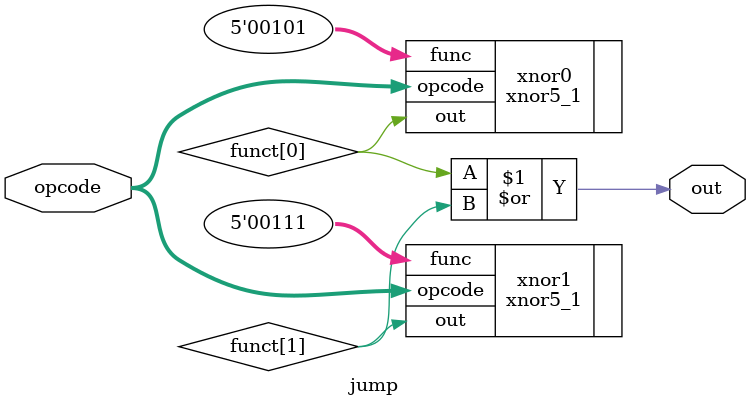
<source format=v>
module jump(opcode, out);
   input [4:0] opcode;
   output      out;
   wire        funct[1:0];

   xnor5_1 xnor0  (.opcode(opcode), .func(5'b00101), .out(funct[0]));
   xnor5_1 xnor1  (.opcode(opcode), .func(5'b00111), .out(funct[1]));
   assign out = funct[0] | funct[1];

endmodule // dMemWrite


</source>
